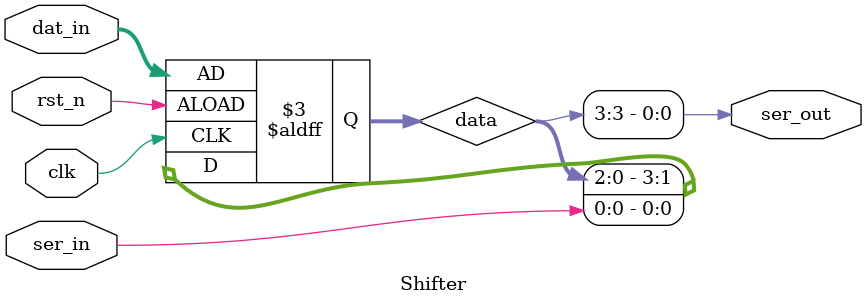
<source format=sv>
module Shifter (
  input  logic      clk,
  input  logic      rst_n,
  input  logic[3:0] dat_in,
  input  logic      ser_in,
  output logic      ser_out
);

logic[3:0] data;
logic rst;

assign rst = ~rst_n;
assign ser_out = data[3];

always_ff @(posedge clk, posedge rst) begin
  if (rst) begin
    data <= dat_in;
  end else begin
    data <= {data[2:0], ser_in};
  end
end

endmodule : Shifter

</source>
